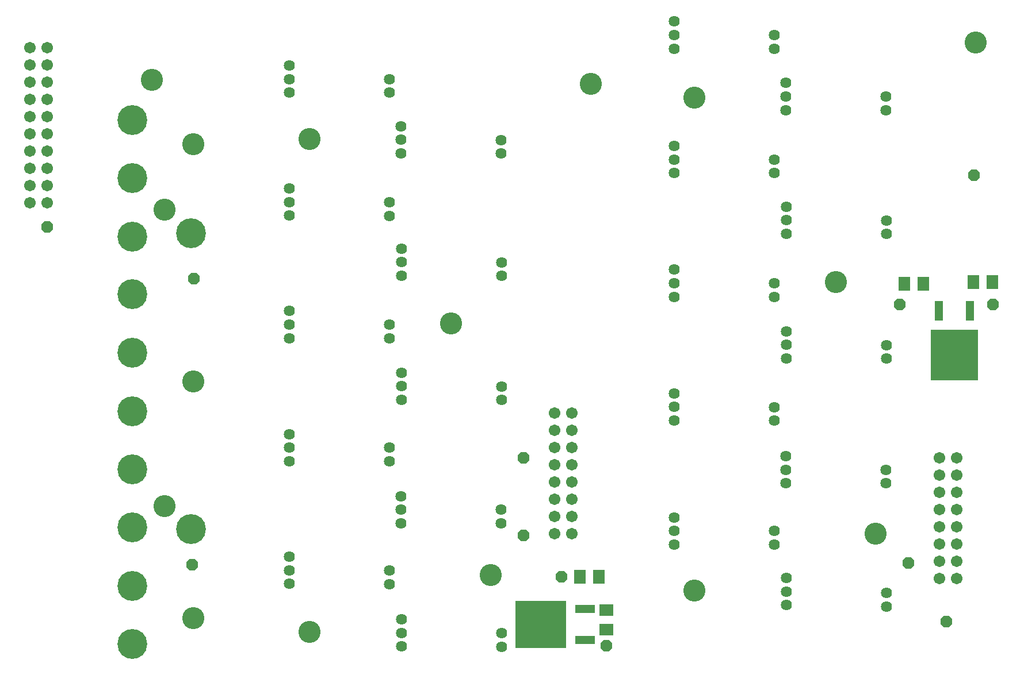
<source format=gbr>
G04 EAGLE Gerber RS-274X export*
G75*
%MOMM*%
%FSLAX34Y34*%
%LPD*%
%INSoldermask Bottom*%
%IPPOS*%
%AMOC8*
5,1,8,0,0,1.08239X$1,22.5*%
G01*
G04 Define Apertures*
%ADD10C,3.251200*%
%ADD11C,1.711200*%
%ADD12P,1.8695X8X22.5*%
%ADD13C,1.625600*%
%ADD14R,2.997200X1.143000*%
%ADD15R,7.442200X7.035800*%
%ADD16R,1.803200X2.003200*%
%ADD17R,2.003200X1.803200*%
%ADD18R,1.143000X2.997200*%
%ADD19R,7.035800X7.442200*%
%ADD20C,4.394200*%
D10*
X268173Y792163D03*
X268173Y94152D03*
X268173Y442870D03*
X207391Y886959D03*
X226060Y695960D03*
X226060Y259080D03*
X439420Y800100D03*
X439420Y73660D03*
X647700Y528320D03*
X706120Y157480D03*
X853440Y881380D03*
X1005840Y861060D03*
X1005840Y134620D03*
X1214120Y589280D03*
X1272540Y218440D03*
X1419860Y942340D03*
D11*
X27940Y934720D03*
X53340Y934720D03*
X27940Y909320D03*
X53340Y909320D03*
X27940Y883920D03*
X53340Y883920D03*
X27940Y858520D03*
X53340Y858520D03*
X27940Y833120D03*
X53340Y833120D03*
X27940Y807720D03*
X53340Y807720D03*
X27940Y782320D03*
X53340Y782320D03*
X27940Y756920D03*
X53340Y756920D03*
X27940Y731520D03*
X53340Y731520D03*
X27940Y706120D03*
X53340Y706120D03*
D12*
X266700Y172720D03*
X269240Y594360D03*
X53340Y670560D03*
D11*
X825500Y396240D03*
X800100Y396240D03*
X825500Y370840D03*
X800100Y370840D03*
X825500Y345440D03*
X800100Y345440D03*
X825500Y320040D03*
X800100Y320040D03*
X825500Y294640D03*
X800100Y294640D03*
X825500Y269240D03*
X800100Y269240D03*
X825500Y243840D03*
X800100Y243840D03*
X825500Y218440D03*
X800100Y218440D03*
D13*
X721614Y51976D03*
X721614Y71976D03*
X556514Y144178D03*
X556514Y164178D03*
X721360Y233586D03*
X721360Y253586D03*
X556514Y325026D03*
X556514Y345026D03*
X721614Y415450D03*
X721614Y435450D03*
X556768Y506382D03*
X556768Y526382D03*
X721614Y598330D03*
X721614Y618330D03*
X556768Y686976D03*
X556768Y706976D03*
X721360Y778670D03*
X721360Y798670D03*
X557022Y868332D03*
X557022Y888332D03*
X409702Y868492D03*
X409702Y888492D03*
X409702Y908492D03*
X574040Y778830D03*
X574040Y798830D03*
X574040Y818830D03*
X409448Y687136D03*
X409448Y707136D03*
X409448Y727136D03*
X574294Y598490D03*
X574294Y618490D03*
X574294Y638490D03*
X409448Y506542D03*
X409448Y526542D03*
X409448Y546542D03*
X574294Y415610D03*
X574294Y435610D03*
X574294Y455610D03*
X409194Y325186D03*
X409194Y345186D03*
X409194Y365186D03*
X574040Y233746D03*
X574040Y253746D03*
X574040Y273746D03*
X409194Y144338D03*
X409194Y164338D03*
X409194Y184338D03*
X574294Y52136D03*
X574294Y72136D03*
X574294Y92136D03*
D12*
X810260Y154940D03*
D14*
X844423Y107736D03*
D15*
X779272Y84836D03*
D14*
X844423Y61936D03*
D16*
X836900Y154940D03*
X864900Y154940D03*
D17*
X876300Y77440D03*
X876300Y105440D03*
D12*
X754380Y330200D03*
X876300Y53340D03*
X754380Y215900D03*
D11*
X1391920Y330200D03*
X1366520Y330200D03*
X1391920Y304800D03*
X1366520Y304800D03*
X1391920Y279400D03*
X1366520Y279400D03*
X1391920Y254000D03*
X1366520Y254000D03*
X1391920Y228600D03*
X1366520Y228600D03*
X1391920Y203200D03*
X1366520Y203200D03*
X1391920Y177800D03*
X1366520Y177800D03*
X1391920Y152400D03*
X1366520Y152400D03*
D13*
X1288034Y111302D03*
X1288034Y131302D03*
X1122934Y202281D03*
X1122934Y222281D03*
X1287780Y292641D03*
X1287780Y312641D03*
X1122934Y385034D03*
X1122934Y405034D03*
X1288034Y476410D03*
X1288034Y496410D03*
X1123188Y567342D03*
X1123188Y587342D03*
X1288034Y660243D03*
X1288034Y680243D03*
X1123188Y749841D03*
X1123188Y769841D03*
X1287780Y842488D03*
X1287780Y862488D03*
X1123442Y933102D03*
X1123442Y953102D03*
X976122Y933262D03*
X976122Y953262D03*
X976122Y973262D03*
X1140460Y842648D03*
X1140460Y862648D03*
X1140460Y882648D03*
X975868Y750001D03*
X975868Y770001D03*
X975868Y790001D03*
X1140714Y660403D03*
X1140714Y680403D03*
X1140714Y700403D03*
X975868Y567502D03*
X975868Y587502D03*
X975868Y607502D03*
X1140714Y476570D03*
X1140714Y496570D03*
X1140714Y516570D03*
X975614Y385194D03*
X975614Y405194D03*
X975614Y425194D03*
X1140460Y292801D03*
X1140460Y312801D03*
X1140460Y332801D03*
X975614Y202441D03*
X975614Y222441D03*
X975614Y242441D03*
X1140714Y113096D03*
X1140714Y133096D03*
X1140714Y153096D03*
D12*
X1376680Y88900D03*
D18*
X1365464Y547243D03*
D19*
X1388364Y482092D03*
D18*
X1411264Y547243D03*
D16*
X1342420Y586740D03*
X1314420Y586740D03*
X1416020Y589280D03*
X1444020Y589280D03*
D12*
X1445260Y556260D03*
X1417320Y746760D03*
X1320800Y175260D03*
X1308100Y556260D03*
D20*
X178054Y828040D03*
X178054Y742128D03*
X178054Y656337D03*
X178054Y571342D03*
X178054Y484756D03*
X178054Y398966D03*
X178054Y313175D03*
X178054Y227386D03*
X178054Y141596D03*
X178054Y55806D03*
X264668Y660830D03*
X264668Y224998D03*
M02*

</source>
